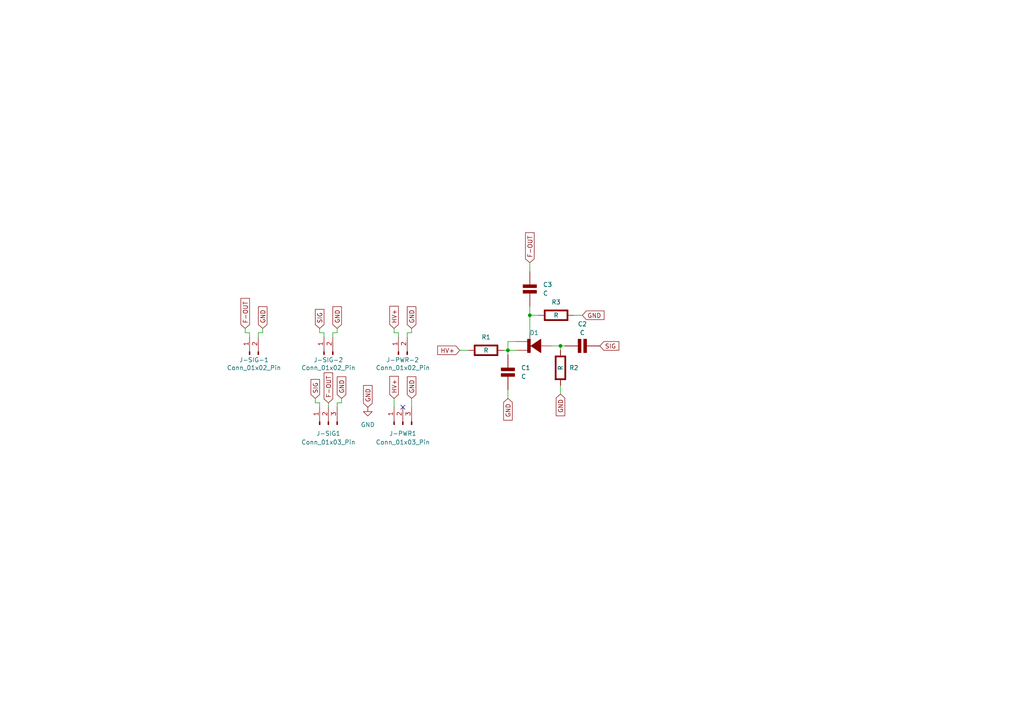
<source format=kicad_sch>
(kicad_sch (version 20231120) (generator "eeschema") (generator_version "8.0")
  (paper "A4")
  (lib_symbols
    (symbol "Connector:Conn_01x02_Pin" (pin_names (offset 1.016) hide)
      (property "Reference" "J" (at 0 2.54 0))
      (property "Value" "Conn_01x02_Pin" (at 0 -5.08 0))
      (symbol "Conn_01x02_Pin_1_1"
        (polyline (pts (xy 1.27 -2.54) (xy 0.8636 -2.54)) (stroke (width 0.1524)))
        (polyline (pts (xy 1.27 0) (xy 0.8636 0)) (stroke (width 0.1524)))
        (rectangle (start 0.8636 -2.413) (end 0 -2.667) (stroke (width 0.1524)) (fill (type outline)))
        (rectangle (start 0.8636 0.127) (end 0 -0.127) (stroke (width 0.1524)) (fill (type outline)))
        (pin passive line (at 5.08 0 180) (length 3.81) (name "Pin_1") (number "1"))
        (pin passive line (at 5.08 -2.54 180) (length 3.81) (name "Pin_2") (number "2"))
      )
    )
    (symbol "Connector:Conn_01x03_Pin" (pin_names (offset 1.016) hide)
      (property "Reference" "J" (at 0 5.08 0))
      (property "Value" "Conn_01x03_Pin" (at 0 -5.08 0))
      (symbol "Conn_01x03_Pin_1_1"
        (polyline (pts (xy 1.27 -2.54) (xy 0.8636 -2.54)) (stroke (width 0.1524)))
        (polyline (pts (xy 1.27 0) (xy 0.8636 0)) (stroke (width 0.1524)))
        (polyline (pts (xy 1.27 2.54) (xy 0.8636 2.54)) (stroke (width 0.1524)))
        (rectangle (start 0.8636 -2.413) (end 0 -2.667) (stroke (width 0.1524)) (fill (type outline)))
        (rectangle (start 0.8636 0.127) (end 0 -0.127) (stroke (width 0.1524)) (fill (type outline)))
        (rectangle (start 0.8636 2.667) (end 0 2.413) (stroke (width 0.1524)) (fill (type outline)))
        (pin passive line (at 5.08 2.54 180) (length 3.81) (name "Pin_1") (number "1"))
        (pin passive line (at 5.08 0 180) (length 3.81) (name "Pin_2") (number "2"))
        (pin passive line (at 5.08 -2.54 180) (length 3.81) (name "Pin_3") (number "3"))
      )
    )
    (symbol "PCM_Elektuur:C" (pin_numbers hide) (pin_names (offset 0) hide)
      (property "Reference" "C" (at 0.635 3.175 0))
      (property "Value" "C" (at 0.635 -3.175 0))
      (symbol "C_1_1"
        (rectangle (start -1.905 -0.4318) (end 1.905 -1.1938) (stroke (width 0.254)) (fill (type outline)))
        (rectangle (start -1.905 1.1938) (end 1.905 0.4318) (stroke (width 0.254)) (fill (type outline)))
        (pin passive line (at 0 5.08 270) (length 3.8862) (name "+") (number "1"))
        (pin passive line (at 0 -5.08 90) (length 3.8862) (name "-") (number "2"))
      )
      (symbol "C_1_2"
        (polyline (pts (xy -1.905 -1.4986) (xy 1.905 -1.4986) (xy 1.905 -0.4318) (xy -1.905 -0.4318) (xy -1.905 -1.4986) (xy -1.8034 -1.397) (xy -1.8034 -0.5334) (xy 1.8034 -0.5334) (xy 1.8034 -1.397) (xy -1.8034 -1.397) (xy -1.905 -1.4986)) (stroke (width 0.254)) (fill (type outline)))
        (polyline (pts (xy -1.905 0.4318) (xy 1.905 0.4318) (xy 1.905 1.4986) (xy -1.905 1.4986) (xy -1.905 0.4318) (xy -1.8034 0.5334) (xy -1.8034 1.397) (xy 1.8034 1.397) (xy 1.8034 0.5334) (xy -1.8034 0.5334) (xy -1.905 0.4318)) (stroke (width 0.254)) (fill (type outline)))
        (pin passive line (at 0 5.08 270) (length 3.5814) (name "+") (number "1"))
        (pin passive line (at 0 -5.08 90) (length 3.5814) (name "-") (number "2"))
      )
    )
    (symbol "PCM_Elektuur:D" (pin_numbers hide) (pin_names (offset 0) hide)
      (property "Reference" "D1" (at -3.81 0 90))
      (property "Value" "${SIM.PARAMS}" (at -3.81 0 90))
      (symbol "D_1_0"
        (pin passive line (at -1.27 -5.08 90) (length 3.175) (name "K-") (number "A1"))
        (pin passive line (at 0 5.08 270) (length 3.175) (name "A+") (number "B1"))
        (pin passive line (at 1.27 -5.08 90) (length 3.175) (name "K-") (number "C3"))
      )
      (symbol "D_1_1"
        (polyline (pts (xy -1.905 -1.905) (xy 1.905 -1.905) (xy 1.905 -1.143) (xy 0 -1.143) (xy 0 -0.889) (xy 1.905 1.905) (xy -1.905 1.905) (xy 0 -0.889) (xy 0 -1.143) (xy -1.905 -1.143) (xy -1.905 -1.905)) (stroke (width 0.254)) (fill (type outline)))
        (pin passive line (at -3.81 -1.27 0) (length 2.54) (name "A2+") (number "B3"))
      )
      (symbol "D_1_2"
        (polyline (pts (xy -0.127 -1.905) (xy 1.905 -1.905) (xy 1.905 -1.143) (xy 0 -1.143) (xy 0 -0.889) (xy 1.905 1.905) (xy -0.0254 1.905) (xy -0.9652 0.5334) (xy 0 -0.889) (xy 0 -1.143) (xy -0.127 -1.143) (xy -0.127 -1.905)) (stroke (width 0.254)) (fill (type outline)))
      )
    )
    (symbol "PCM_Elektuur:R" (pin_numbers hide) (pin_names (offset 0) hide)
      (property "Reference" "R" (at 2.54 3.175 0))
      (property "Value" "R" (at 0 0 90))
      (symbol "R_1_1"
        (polyline (pts (xy -1.524 -3.429) (xy 1.524 -3.429) (xy 1.524 3.429) (xy -1.524 3.429) (xy -1.524 -3.429) (xy -1.27 -3.175) (xy -1.27 3.175) (xy 1.27 3.175) (xy 1.27 -3.175) (xy -1.27 -3.175) (xy -1.524 -3.429)) (stroke (width 0.254)) (fill (type outline)))
        (pin passive line (at 0 5.08 270) (length 1.651) (name "+") (number "1"))
        (pin passive line (at 0 -5.08 90) (length 1.651) (name "-") (number "2"))
      )
      (symbol "R_1_2"
        (polyline (pts (xy -0.508 -3.429) (xy 1.524 -3.429) (xy 1.524 3.429) (xy -0.508 3.429) (xy -0.508 3.175) (xy 1.27 3.175) (xy 1.27 -3.175) (xy -0.508 -3.175) (xy -0.508 -3.429)) (stroke (width 0.254)) (fill (type outline)))
        (pin passive line (at 0 5.08 270) (length 1.651) (name "+") (number "1"))
        (pin passive line (at 0 -5.08 90) (length 1.651) (name "-") (number "2"))
      )
      (symbol "R_1_3"
        (polyline (pts (xy 0 3.4798) (xy 0 3.2004) (xy 0.7112 2.794) (xy -1.1938 1.6764) (xy 0.7112 0.5588) (xy -1.1938 -0.5588) (xy 0.7112 -1.6764) (xy -1.1938 -2.794) (xy 0 -3.4798) (xy 0 -3.2004) (xy -0.7112 -2.794) (xy 1.1938 -1.6764) (xy -0.7112 -0.5588) (xy 1.1938 0.5588) (xy -0.7112 1.6764) (xy 1.1938 2.794) (xy 0 3.4798)) (stroke (width 0.254)) (fill (type outline)))
        (pin passive line (at 0 5.08 270) (length 1.6002) (name "+") (number "1"))
        (pin passive line (at 0 -5.08 90) (length 1.6002) (name "-") (number "2"))
      )
      (symbol "R_1_4"
        (polyline (pts (xy 0 4.5466) (xy 0 4.2672) (xy 0.0508 4.2418) (xy 1.016 3.683) (xy -1.524 2.2098) (xy 1.016 0.7366) (xy -1.524 -0.7366) (xy 1.016 -2.2098) (xy -1.524 -3.683) (xy -0.0762 -4.5212) (xy 0 -4.5466) (xy 0 -4.2672) (xy -0.0508 -4.2418) (xy -1.016 -3.683) (xy 1.524 -2.2098) (xy -1.016 -0.7366) (xy 1.524 0.7366) (xy -1.016 2.2098) (xy 1.524 3.683) (xy 0.0762 4.5212) (xy 0 4.5466)) (stroke (width 0.254)) (fill (type outline)))
        (pin passive line (at 0 5.08 270) (length 0.5334) (name "+") (number "1"))
        (pin passive line (at 0 -5.08 90) (length 0.5334) (name "-") (number "2"))
      )
    )
    (symbol "power:GND" (power) (pin_numbers hide) (pin_names (offset 0) hide)
      (property "Value" "GND" (at 0 -3.81 0))
      (symbol "GND_0_1"
        (polyline (pts (xy 0 0) (xy 0 -1.27) (xy 1.27 -1.27) (xy 0 -2.54) (xy -1.27 -1.27) (xy 0 -1.27)))
      )
      (symbol "GND_1_1"
        (pin power_in line (at 0 0 270) (length 0) (name "~") (number "1"))
      )
    )
  )
  (junction (at 162.56 100.33))
  (junction (at 147.32 101.6))
  (junction (at 153.67 91.44))
  (no_connect (at 116.84 118.11))
  (wire (pts (xy 93.98 96.52) (xy 93.98 97.79)))
  (wire (pts (xy 74.93 96.52) (xy 76.2 96.52)))
  (wire (pts (xy 71.12 95.25) (xy 71.12 96.52)))
  (wire (pts (xy 162.56 111.76) (xy 162.56 114.3)))
  (wire (pts (xy 153.67 91.44) (xy 153.67 96.52)))
  (wire (pts (xy 147.32 101.6) (xy 147.32 102.87)))
  (wire (pts (xy 71.12 96.52) (xy 72.39 96.52)))
  (wire (pts (xy 92.71 96.52) (xy 93.98 96.52)))
  (wire (pts (xy 119.38 115.57) (xy 119.38 118.11)))
  (wire (pts (xy 160.02 100.33) (xy 162.56 100.33)))
  (wire (pts (xy 114.3 96.52) (xy 115.57 96.52)))
  (wire (pts (xy 119.38 95.25) (xy 119.38 96.52)))
  (wire (pts (xy 97.79 96.52) (xy 96.52 96.52)))
  (wire (pts (xy 166.37 91.44) (xy 168.91 91.44)))
  (wire (pts (xy 162.56 100.33) (xy 163.83 100.33)))
  (wire (pts (xy 146.05 101.6) (xy 147.32 101.6)))
  (wire (pts (xy 147.32 101.6) (xy 149.86 101.6)))
  (wire (pts (xy 147.32 113.03) (xy 147.32 115.57)))
  (wire (pts (xy 147.32 99.06) (xy 149.86 99.06)))
  (wire (pts (xy 97.79 95.25) (xy 97.79 96.52)))
  (wire (pts (xy 96.52 96.52) (xy 96.52 97.79)))
  (wire (pts (xy 72.39 96.52) (xy 72.39 97.79)))
  (wire (pts (xy 95.25 116.84) (xy 95.25 118.11)))
  (wire (pts (xy 153.67 76.2) (xy 153.67 78.74)))
  (wire (pts (xy 74.93 97.79) (xy 74.93 96.52)))
  (wire (pts (xy 118.11 96.52) (xy 118.11 97.79)))
  (wire (pts (xy 115.57 96.52) (xy 115.57 97.79)))
  (wire (pts (xy 162.56 100.33) (xy 162.56 101.6)))
  (wire (pts (xy 153.67 91.44) (xy 156.21 91.44)))
  (wire (pts (xy 114.3 115.57) (xy 114.3 118.11)))
  (wire (pts (xy 133.35 101.6) (xy 135.89 101.6)))
  (wire (pts (xy 119.38 96.52) (xy 118.11 96.52)))
  (wire (pts (xy 147.32 99.06) (xy 147.32 101.6)))
  (wire (pts (xy 76.2 96.52) (xy 76.2 95.25)))
  (wire (pts (xy 92.71 116.84) (xy 92.71 118.11)))
  (wire (pts (xy 99.06 116.84) (xy 97.79 116.84)))
  (wire (pts (xy 91.44 116.84) (xy 92.71 116.84)))
  (wire (pts (xy 153.67 88.9) (xy 153.67 91.44)))
  (wire (pts (xy 92.71 95.25) (xy 92.71 96.52)))
  (wire (pts (xy 91.44 115.57) (xy 91.44 116.84)))
  (wire (pts (xy 114.3 95.25) (xy 114.3 96.52)))
  (wire (pts (xy 97.79 116.84) (xy 97.79 118.11)))
  (wire (pts (xy 99.06 115.57) (xy 99.06 116.84)))
  (global_label "GND" (shape input) (at 106.68 118.11 90) (property "Intersheetrefs" "${INTERSHEET_REFS}" (effects (hide yes))))
  (global_label "HV+" (shape input) (at 114.3 95.25 90) (property "Intersheetrefs" "${INTERSHEET_REFS}" (effects (hide yes))))
  (global_label "GND" (shape input) (at 76.2 95.25 90) (property "Intersheetrefs" "${INTERSHEET_REFS}" (effects (hide yes))))
  (global_label "GND" (shape input) (at 99.06 115.57 90) (property "Intersheetrefs" "${INTERSHEET_REFS}" (effects (hide yes))))
  (global_label "GND" (shape input) (at 168.91 91.44 0) (property "Intersheetrefs" "${INTERSHEET_REFS}" (effects (hide yes))))
  (global_label "HV+" (shape input) (at 114.3 115.57 90) (property "Intersheetrefs" "${INTERSHEET_REFS}" (effects (hide yes))))
  (global_label "GND" (shape input) (at 119.38 95.25 90) (property "Intersheetrefs" "${INTERSHEET_REFS}" (effects (hide yes))))
  (global_label "SIG" (shape input) (at 173.99 100.33 0) (property "Intersheetrefs" "${INTERSHEET_REFS}" (effects (hide yes))))
  (global_label "SIG" (shape input) (at 91.44 115.57 90) (property "Intersheetrefs" "${INTERSHEET_REFS}" (effects (hide yes))))
  (global_label "F-OUT" (shape input) (at 153.67 76.2 90) (property "Intersheetrefs" "${INTERSHEET_REFS}" (effects (hide yes))))
  (global_label "F-OUT" (shape input) (at 95.25 116.84 90) (property "Intersheetrefs" "${INTERSHEET_REFS}" (effects (hide yes))))
  (global_label "GND" (shape input) (at 119.38 115.57 90) (property "Intersheetrefs" "${INTERSHEET_REFS}" (effects (hide yes))))
  (global_label "SIG" (shape input) (at 92.71 95.25 90) (property "Intersheetrefs" "${INTERSHEET_REFS}" (effects (hide yes))))
  (global_label "GND" (shape input) (at 162.56 114.3 270) (property "Intersheetrefs" "${INTERSHEET_REFS}" (effects (hide yes))))
  (global_label "HV+" (shape input) (at 133.35 101.6 180) (property "Intersheetrefs" "${INTERSHEET_REFS}" (effects (hide yes))))
  (global_label "F-OUT" (shape input) (at 71.12 95.25 90) (property "Intersheetrefs" "${INTERSHEET_REFS}" (effects (hide yes))))
  (global_label "GND" (shape input) (at 97.79 95.25 90) (property "Intersheetrefs" "${INTERSHEET_REFS}" (effects (hide yes))))
  (global_label "GND" (shape input) (at 147.32 115.57 270) (property "Intersheetrefs" "${INTERSHEET_REFS}" (effects (hide yes))))
  (symbol (lib_id "Connector:Conn_01x02_Pin") (at 93.98 102.87 90) (unit 1)
    (property "Reference" "J-SIG-2" (at 90.932 104.394 90) (effects (justify right)))
    (property "Value" "Conn_01x02_Pin" (at 87.376 106.68 90) (effects (justify right)))
    (property "Footprint" "Connector_Coaxial:MMCX_Molex_73415-1471_Vertical" (effects (hide yes)))
    (property "Description" "Generic connector, single row, 01x02, script generated" (effects (hide yes)))
  )
  (symbol (lib_id "PCM_Elektuur:D") (at 154.94 100.33 270) (unit 1)
    (property "Reference" "D1" (at 154.94 96.52 90))
    (property "Value" "${SIM.PARAMS}" (at 154.94 96.52 90))
    (property "Footprint" "SiPM-ONS:ONS-MICROFJ-30050" (effects (hide yes)))
    (property "Description" "semiconductor diode" (effects (hide yes)))
    (property "Field-1" "type=\"\" model=\"D\" lib=\"semiconductor.lib\"" (effects (hide yes)))
    (property "Rating" "V/A" (effects (hide yes)))
    (property "Field-1" "2=1 1=2" (effects (hide yes)))
    (property "Field-1" "2=1 1=2" (effects (hide yes)))
    (property "Field-1" "2=1 1=2" (effects (hide yes)))
    (property "Field-1" "2=1 1=2" (effects (hide yes)))
    (property "Field-1" "SPICE" (effects (hide yes)))
    (property "Field-1" "type=\"\" model=\"D\" lib=\"semiconductor.lib\"" (effects (hide yes)))
  )
  (symbol (lib_id "PCM_Elektuur:C") (at 147.32 107.95 0) (unit 1)
    (property "Reference" "C1" (at 151.13 106.6799 0) (effects (justify left)))
    (property "Value" "C" (at 151.13 109.2199 0) (effects (justify left)))
    (property "Footprint" "Custom_ThroughHole:PinHeader_1x04_P2.54mm_Vertical_Spaced_Mini" (effects (hide yes)))
    (property "Description" "capacitor, non-polarized/bipolar" (effects (hide yes)))
    (property "Indicator" "+" (effects (hide yes)))
    (property "Rating" "V" (effects (hide yes)))
  )
  (symbol (lib_id "PCM_Elektuur:R") (at 162.56 106.68 0) (unit 1)
    (property "Reference" "R2" (at 165.1 106.6799 0) (effects (justify left)))
    (property "Value" "R" (at 162.56 106.68 90))
    (property "Footprint" "Custom_ThroughHole:PinHeader_1x04_P2.54mm_Vertical_Spaced_Mini" (effects (hide yes)))
    (property "Description" "resistor" (effects (hide yes)))
    (property "Indicator" "+" (effects (hide yes)))
    (property "Rating" "W" (effects (hide yes)))
  )
  (symbol (lib_id "PCM_Elektuur:C") (at 168.91 100.33 90) (unit 1)
    (property "Reference" "C2" (at 168.91 93.98 90))
    (property "Value" "C" (at 168.91 96.52 90))
    (property "Footprint" "Custom_ThroughHole:PinHeader_1x04_P2.54mm_Vertical_Spaced_Mini" (effects (hide yes)))
    (property "Description" "capacitor, non-polarized/bipolar" (effects (hide yes)))
    (property "Indicator" "+" (effects (hide yes)))
    (property "Rating" "V" (effects (hide yes)))
  )
  (symbol (lib_id "Connector:Conn_01x02_Pin") (at 72.39 102.87 90) (unit 1)
    (property "Reference" "J-SIG-1" (at 69.342 104.394 90) (effects (justify right)))
    (property "Value" "Conn_01x02_Pin" (at 65.786 106.68 90) (effects (justify right)))
    (property "Footprint" "Connector_Coaxial:MMCX_Molex_73415-1471_Vertical" (effects (hide yes)))
    (property "Description" "Generic connector, single row, 01x02, script generated" (effects (hide yes)))
  )
  (symbol (lib_id "Connector:Conn_01x03_Pin") (at 95.25 123.19 90) (unit 1)
    (property "Reference" "J-SIG1" (at 95.25 125.73 90))
    (property "Value" "Conn_01x03_Pin" (at 95.25 128.27 90))
    (property "Footprint" "Connector_PinHeader_2.54mm:PinHeader_1x03_P2.54mm_Vertical" (effects (hide yes)))
    (property "Description" "Generic connector, single row, 01x03, script generated" (effects (hide yes)))
  )
  (symbol (lib_id "PCM_Elektuur:R") (at 161.29 91.44 90) (unit 1)
    (property "Reference" "R3" (at 161.29 87.63 90))
    (property "Value" "R" (at 161.29 91.44 90))
    (property "Footprint" "Custom_ThroughHole:PinHeader_1x04_P2.54mm_Vertical_Spaced_Mini" (effects (hide yes)))
    (property "Description" "resistor" (effects (hide yes)))
    (property "Indicator" "+" (effects (hide yes)))
    (property "Rating" "W" (effects (hide yes)))
  )
  (symbol (lib_id "PCM_Elektuur:C") (at 153.67 83.82 180) (unit 1)
    (property "Reference" "C3" (at 157.48 82.5499 0) (effects (justify right)))
    (property "Value" "C" (at 157.48 85.0899 0) (effects (justify right)))
    (property "Footprint" "Custom_ThroughHole:PinHeader_1x04_P2.54mm_Vertical_Spaced_Mini" (effects (hide yes)))
    (property "Description" "capacitor, non-polarized/bipolar" (effects (hide yes)))
    (property "Indicator" "+" (effects (hide yes)))
    (property "Rating" "V" (effects (hide yes)))
  )
  (symbol (lib_id "power:GND") (at 106.68 118.11 0) (unit 1)
    (property "Reference" "#PWR1" (effects (hide yes)))
    (property "Value" "GND" (at 106.68 123.19 0))
    (property "Description" "Power symbol creates a global label with name \"GND\" , ground" (effects (hide yes)))
  )
  (symbol (lib_id "Connector:Conn_01x03_Pin") (at 116.84 123.19 90) (unit 1)
    (property "Reference" "J-PWR1" (at 116.84 125.73 90))
    (property "Value" "Conn_01x03_Pin" (at 116.84 128.27 90))
    (property "Footprint" "Connector_PinHeader_2.54mm:PinHeader_1x03_P2.54mm_Vertical" (effects (hide yes)))
    (property "Description" "Generic connector, single row, 01x03, script generated" (effects (hide yes)))
  )
  (symbol (lib_id "PCM_Elektuur:R") (at 140.97 101.6 90) (unit 1)
    (property "Reference" "R1" (at 140.97 97.79 90))
    (property "Value" "R" (at 140.97 101.6 90))
    (property "Footprint" "Custom_ThroughHole:PinHeader_1x04_P2.54mm_Vertical_Spaced_Mini" (effects (hide yes)))
    (property "Description" "resistor" (effects (hide yes)))
    (property "Indicator" "+" (effects (hide yes)))
    (property "Rating" "W" (effects (hide yes)))
  )
  (symbol (lib_id "Connector:Conn_01x02_Pin") (at 115.57 102.87 90) (unit 1)
    (property "Reference" "J-PWR-2" (at 112.014 104.394 90) (effects (justify right)))
    (property "Value" "Conn_01x02_Pin" (at 108.966 106.68 90) (effects (justify right)))
    (property "Footprint" "Connector_Coaxial:MMCX_Molex_73415-1471_Vertical" (effects (hide yes)))
    (property "Description" "Generic connector, single row, 01x02, script generated" (effects (hide yes)))
  )
)
</source>
